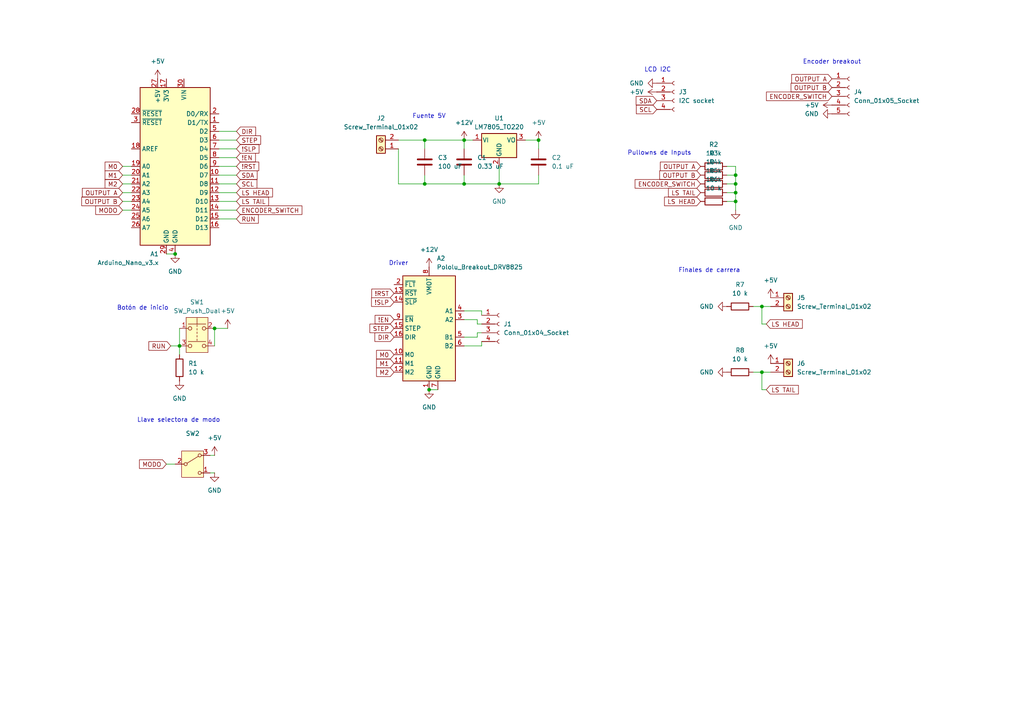
<source format=kicad_sch>
(kicad_sch (version 20231120) (generator "eeschema") (generator_version "8.0")
  (paper "A4")
  (lib_symbols
    (symbol "Connector:Conn_01x04_Socket" (pin_names (offset 1.016) hide)
      (property "Reference" "J" (at 0 5.08 0))
      (property "Value" "Conn_01x04_Socket" (at 0 -7.62 0))
      (symbol "Conn_01x04_Socket_1_1"
        (arc (start 0 -4.572) (mid -0.5058 -5.08) (end 0 -5.588) (stroke (width 0.1524)))
        (arc (start 0 -2.032) (mid -0.5058 -2.54) (end 0 -3.048) (stroke (width 0.1524)))
        (polyline (pts (xy -1.27 -5.08) (xy -0.508 -5.08)) (stroke (width 0.1524)))
        (polyline (pts (xy -1.27 -2.54) (xy -0.508 -2.54)) (stroke (width 0.1524)))
        (polyline (pts (xy -1.27 0) (xy -0.508 0)) (stroke (width 0.1524)))
        (polyline (pts (xy -1.27 2.54) (xy -0.508 2.54)) (stroke (width 0.1524)))
        (arc (start 0 0.508) (mid -0.5058 0) (end 0 -0.508) (stroke (width 0.1524)))
        (arc (start 0 3.048) (mid -0.5058 2.54) (end 0 2.032) (stroke (width 0.1524)))
        (pin passive line (at -5.08 2.54 0) (length 3.81) (name "Pin_1") (number "1"))
        (pin passive line (at -5.08 0 0) (length 3.81) (name "Pin_2") (number "2"))
        (pin passive line (at -5.08 -2.54 0) (length 3.81) (name "Pin_3") (number "3"))
        (pin passive line (at -5.08 -5.08 0) (length 3.81) (name "Pin_4") (number "4"))
      )
    )
    (symbol "Connector:Conn_01x05_Socket" (pin_names (offset 1.016) hide)
      (property "Reference" "J" (at 0 7.62 0))
      (property "Value" "Conn_01x05_Socket" (at 0 -7.62 0))
      (symbol "Conn_01x05_Socket_1_1"
        (arc (start 0 -4.572) (mid -0.5058 -5.08) (end 0 -5.588) (stroke (width 0.1524)))
        (arc (start 0 -2.032) (mid -0.5058 -2.54) (end 0 -3.048) (stroke (width 0.1524)))
        (polyline (pts (xy -1.27 -5.08) (xy -0.508 -5.08)) (stroke (width 0.1524)))
        (polyline (pts (xy -1.27 -2.54) (xy -0.508 -2.54)) (stroke (width 0.1524)))
        (polyline (pts (xy -1.27 0) (xy -0.508 0)) (stroke (width 0.1524)))
        (polyline (pts (xy -1.27 2.54) (xy -0.508 2.54)) (stroke (width 0.1524)))
        (polyline (pts (xy -1.27 5.08) (xy -0.508 5.08)) (stroke (width 0.1524)))
        (arc (start 0 0.508) (mid -0.5058 0) (end 0 -0.508) (stroke (width 0.1524)))
        (arc (start 0 3.048) (mid -0.5058 2.54) (end 0 2.032) (stroke (width 0.1524)))
        (arc (start 0 5.588) (mid -0.5058 5.08) (end 0 4.572) (stroke (width 0.1524)))
        (pin passive line (at -5.08 5.08 0) (length 3.81) (name "Pin_1") (number "1"))
        (pin passive line (at -5.08 2.54 0) (length 3.81) (name "Pin_2") (number "2"))
        (pin passive line (at -5.08 0 0) (length 3.81) (name "Pin_3") (number "3"))
        (pin passive line (at -5.08 -2.54 0) (length 3.81) (name "Pin_4") (number "4"))
        (pin passive line (at -5.08 -5.08 0) (length 3.81) (name "Pin_5") (number "5"))
      )
    )
    (symbol "Connector:Screw_Terminal_01x02" (pin_names (offset 1.016) hide)
      (property "Reference" "J" (at 0 2.54 0))
      (property "Value" "Screw_Terminal_01x02" (at 0 -5.08 0))
      (symbol "Screw_Terminal_01x02_1_1"
        (rectangle (start -1.27 1.27) (end 1.27 -3.81) (stroke (width 0.254)) (fill (type background)))
        (circle (center 0 -2.54) (radius 0.635) (stroke (width 0.1524)))
        (polyline (pts (xy -0.5334 -2.2098) (xy 0.3302 -3.048)) (stroke (width 0.1524)))
        (polyline (pts (xy -0.5334 0.3302) (xy 0.3302 -0.508)) (stroke (width 0.1524)))
        (polyline (pts (xy -0.3556 -2.032) (xy 0.508 -2.8702)) (stroke (width 0.1524)))
        (polyline (pts (xy -0.3556 0.508) (xy 0.508 -0.3302)) (stroke (width 0.1524)))
        (circle (center 0 0) (radius 0.635) (stroke (width 0.1524)))
        (pin passive line (at -5.08 0 0) (length 3.81) (name "Pin_1") (number "1"))
        (pin passive line (at -5.08 -2.54 0) (length 3.81) (name "Pin_2") (number "2"))
      )
    )
    (symbol "Device:C" (pin_numbers hide) (pin_names (offset 0.254))
      (property "Reference" "C" (at 0.635 2.54 0))
      (property "Value" "C" (at 0.635 -2.54 0))
      (symbol "C_0_1"
        (polyline (pts (xy -2.032 -0.762) (xy 2.032 -0.762)) (stroke (width 0.508)))
        (polyline (pts (xy -2.032 0.762) (xy 2.032 0.762)) (stroke (width 0.508)))
      )
      (symbol "C_1_1"
        (pin passive line (at 0 3.81 270) (length 2.794) (name "~") (number "1"))
        (pin passive line (at 0 -3.81 90) (length 2.794) (name "~") (number "2"))
      )
    )
    (symbol "Device:R" (pin_numbers hide) (pin_names (offset 0))
      (property "Reference" "R" (at 2.032 0 90))
      (property "Value" "R" (at 0 0 90))
      (symbol "R_0_1"
        (rectangle (start -1.016 -2.54) (end 1.016 2.54) (stroke (width 0.254)))
      )
      (symbol "R_1_1"
        (pin passive line (at 0 3.81 270) (length 1.27) (name "~") (number "1"))
        (pin passive line (at 0 -3.81 90) (length 1.27) (name "~") (number "2"))
      )
    )
    (symbol "Driver_Motor:Pololu_Breakout_DRV8825"
      (property "Reference" "A" (at -2.54 16.51 0))
      (property "Value" "Pololu_Breakout_DRV8825" (at -2.54 13.97 0))
      (symbol "Pololu_Breakout_DRV8825_0_1"
        (rectangle (start 7.62 -17.78) (end -7.62 12.7) (stroke (width 0.254)) (fill (type background)))
      )
      (symbol "Pololu_Breakout_DRV8825_1_1"
        (pin power_in line (at 0 -20.32 90) (length 2.54) (name "GND") (number "1"))
        (pin input line (at -10.16 -10.16 0) (length 2.54) (name "M0") (number "10"))
        (pin input line (at -10.16 -12.7 0) (length 2.54) (name "M1") (number "11"))
        (pin input line (at -10.16 -15.24 0) (length 2.54) (name "M2") (number "12"))
        (pin input line (at -10.16 7.62 0) (length 2.54) (name "~{RST}") (number "13"))
        (pin input line (at -10.16 5.08 0) (length 2.54) (name "~{SLP}") (number "14"))
        (pin input line (at -10.16 -2.54 0) (length 2.54) (name "STEP") (number "15"))
        (pin input line (at -10.16 -5.08 0) (length 2.54) (name "DIR") (number "16"))
        (pin output line (at -10.16 10.16 0) (length 2.54) (name "~{FLT}") (number "2"))
        (pin output line (at 10.16 0 180) (length 2.54) (name "A2") (number "3"))
        (pin output line (at 10.16 2.54 180) (length 2.54) (name "A1") (number "4"))
        (pin output line (at 10.16 -5.08 180) (length 2.54) (name "B1") (number "5"))
        (pin output line (at 10.16 -7.62 180) (length 2.54) (name "B2") (number "6"))
        (pin power_in line (at 2.54 -20.32 90) (length 2.54) (name "GND") (number "7"))
        (pin power_in line (at 0 15.24 270) (length 2.54) (name "VMOT") (number "8"))
        (pin input line (at -10.16 0 0) (length 2.54) (name "~{EN}") (number "9"))
      )
    )
    (symbol "MCU_Module:Arduino_Nano_v3.x"
      (property "Reference" "A" (at -10.16 23.495 0))
      (property "Value" "Arduino_Nano_v3.x" (at 5.08 -24.13 0))
      (symbol "Arduino_Nano_v3.x_0_1"
        (rectangle (start -10.16 22.86) (end 10.16 -22.86) (stroke (width 0.254)) (fill (type background)))
      )
      (symbol "Arduino_Nano_v3.x_1_1"
        (pin bidirectional line (at -12.7 12.7 0) (length 2.54) (name "D1/TX") (number "1"))
        (pin bidirectional line (at -12.7 -2.54 0) (length 2.54) (name "D7") (number "10"))
        (pin bidirectional line (at -12.7 -5.08 0) (length 2.54) (name "D8") (number "11"))
        (pin bidirectional line (at -12.7 -7.62 0) (length 2.54) (name "D9") (number "12"))
        (pin bidirectional line (at -12.7 -10.16 0) (length 2.54) (name "D10") (number "13"))
        (pin bidirectional line (at -12.7 -12.7 0) (length 2.54) (name "D11") (number "14"))
        (pin bidirectional line (at -12.7 -15.24 0) (length 2.54) (name "D12") (number "15"))
        (pin bidirectional line (at -12.7 -17.78 0) (length 2.54) (name "D13") (number "16"))
        (pin power_out line (at 2.54 25.4 270) (length 2.54) (name "3V3") (number "17"))
        (pin input line (at 12.7 5.08 180) (length 2.54) (name "AREF") (number "18"))
        (pin bidirectional line (at 12.7 0 180) (length 2.54) (name "A0") (number "19"))
        (pin bidirectional line (at -12.7 15.24 0) (length 2.54) (name "D0/RX") (number "2"))
        (pin bidirectional line (at 12.7 -2.54 180) (length 2.54) (name "A1") (number "20"))
        (pin bidirectional line (at 12.7 -5.08 180) (length 2.54) (name "A2") (number "21"))
        (pin bidirectional line (at 12.7 -7.62 180) (length 2.54) (name "A3") (number "22"))
        (pin bidirectional line (at 12.7 -10.16 180) (length 2.54) (name "A4") (number "23"))
        (pin bidirectional line (at 12.7 -12.7 180) (length 2.54) (name "A5") (number "24"))
        (pin bidirectional line (at 12.7 -15.24 180) (length 2.54) (name "A6") (number "25"))
        (pin bidirectional line (at 12.7 -17.78 180) (length 2.54) (name "A7") (number "26"))
        (pin power_out line (at 5.08 25.4 270) (length 2.54) (name "+5V") (number "27"))
        (pin input line (at 12.7 15.24 180) (length 2.54) (name "~{RESET}") (number "28"))
        (pin power_in line (at 2.54 -25.4 90) (length 2.54) (name "GND") (number "29"))
        (pin input line (at 12.7 12.7 180) (length 2.54) (name "~{RESET}") (number "3"))
        (pin power_in line (at -2.54 25.4 270) (length 2.54) (name "VIN") (number "30"))
        (pin power_in line (at 0 -25.4 90) (length 2.54) (name "GND") (number "4"))
        (pin bidirectional line (at -12.7 10.16 0) (length 2.54) (name "D2") (number "5"))
        (pin bidirectional line (at -12.7 7.62 0) (length 2.54) (name "D3") (number "6"))
        (pin bidirectional line (at -12.7 5.08 0) (length 2.54) (name "D4") (number "7"))
        (pin bidirectional line (at -12.7 2.54 0) (length 2.54) (name "D5") (number "8"))
        (pin bidirectional line (at -12.7 0 0) (length 2.54) (name "D6") (number "9"))
      )
    )
    (symbol "Regulator_Linear:LM7805_TO220" (pin_names (offset 0.254))
      (property "Reference" "U" (at -3.81 3.175 0))
      (property "Value" "LM7805_TO220" (at 0 3.175 0))
      (symbol "LM7805_TO220_0_1"
        (rectangle (start -5.08 1.905) (end 5.08 -5.08) (stroke (width 0.254)) (fill (type background)))
      )
      (symbol "LM7805_TO220_1_1"
        (pin power_in line (at -7.62 0 0) (length 2.54) (name "VI") (number "1"))
        (pin power_in line (at 0 -7.62 90) (length 2.54) (name "GND") (number "2"))
        (pin power_out line (at 7.62 0 180) (length 2.54) (name "VO") (number "3"))
      )
    )
    (symbol "Switch:SW_Nidec_CAS-120A1" (pin_names (offset 1) hide)
      (property "Reference" "SW" (at 0 4.318 0))
      (property "Value" "SW_Nidec_CAS-120A1" (at 0 -5.08 0))
      (symbol "SW_Nidec_CAS-120A1_0_1"
        (circle (center -2.032 0) (radius 0.4572))
        (polyline (pts (xy -1.651 0.254) (xy 1.651 2.286)))
        (circle (center 2.032 -2.54) (radius 0.4572))
        (circle (center 2.032 2.54) (radius 0.4572))
      )
      (symbol "SW_Nidec_CAS-120A1_1_1"
        (rectangle (start -3.175 3.81) (end 3.175 -3.81) (fill (type background)))
        (pin passive line (at 5.08 -2.54 180) (length 2.54) (name "C") (number "1"))
        (pin passive line (at -5.08 0 0) (length 2.54) (name "B") (number "2"))
        (pin passive line (at 5.08 2.54 180) (length 2.54) (name "A") (number "3"))
      )
    )
    (symbol "Switch:SW_Push_Dual" (pin_names (offset 1.016) hide)
      (property "Reference" "SW" (at 0 7.62 0))
      (property "Value" "SW_Push_Dual" (at 0 -6.35 0))
      (symbol "SW_Push_Dual_0_1"
        (circle (center -2.032 -2.54) (radius 0.508))
        (circle (center -2.032 2.54) (radius 0.508))
        (polyline (pts (xy 0 -0.508) (xy 0 -1.016)))
        (polyline (pts (xy 0 0.508) (xy 0 0)))
        (polyline (pts (xy 0 1.016) (xy 0 1.524)))
        (polyline (pts (xy 0 2.032) (xy 0 2.54)))
        (polyline (pts (xy 0 3.048) (xy 0 3.556)))
        (polyline (pts (xy 0 3.81) (xy 0 5.588)))
        (polyline (pts (xy 2.54 -1.27) (xy -2.54 -1.27)))
        (polyline (pts (xy 2.54 3.81) (xy -2.54 3.81)))
        (circle (center 2.032 -2.54) (radius 0.508))
        (circle (center 2.032 2.54) (radius 0.508))
        (pin passive line (at -5.08 2.54 0) (length 2.54) (name "1") (number "1"))
        (pin passive line (at 5.08 2.54 180) (length 2.54) (name "2") (number "2"))
        (pin passive line (at -5.08 -2.54 0) (length 2.54) (name "3") (number "3"))
        (pin passive line (at 5.08 -2.54 180) (length 2.54) (name "4") (number "4"))
      )
      (symbol "SW_Push_Dual_1_1"
        (rectangle (start -3.175 5.715) (end 3.175 -4.445) (fill (type background)))
      )
    )
    (symbol "power:+12V" (power) (pin_numbers hide) (pin_names (offset 0) hide)
      (property "Value" "+12V" (at 0 3.556 0))
      (symbol "+12V_0_1"
        (polyline (pts (xy -0.762 1.27) (xy 0 2.54)))
        (polyline (pts (xy 0 0) (xy 0 2.54)))
        (polyline (pts (xy 0 2.54) (xy 0.762 1.27)))
      )
      (symbol "+12V_1_1"
        (pin power_in line (at 0 0 90) (length 0) (name "~") (number "1"))
      )
    )
    (symbol "power:+5V" (power) (pin_numbers hide) (pin_names (offset 0) hide)
      (property "Value" "+5V" (at 0 3.556 0))
      (symbol "+5V_0_1"
        (polyline (pts (xy -0.762 1.27) (xy 0 2.54)))
        (polyline (pts (xy 0 0) (xy 0 2.54)))
        (polyline (pts (xy 0 2.54) (xy 0.762 1.27)))
      )
      (symbol "+5V_1_1"
        (pin power_in line (at 0 0 90) (length 0) (name "~") (number "1"))
      )
    )
    (symbol "power:GND" (power) (pin_numbers hide) (pin_names (offset 0) hide)
      (property "Value" "GND" (at 0 -3.81 0))
      (symbol "GND_0_1"
        (polyline (pts (xy 0 0) (xy 0 -1.27) (xy 1.27 -1.27) (xy 0 -2.54) (xy -1.27 -1.27) (xy 0 -1.27)))
      )
      (symbol "GND_1_1"
        (pin power_in line (at 0 0 270) (length 0) (name "~") (number "1"))
      )
    )
  )
  (junction (at 213.36 50.8))
  (junction (at 134.62 53.34))
  (junction (at 220.98 107.95))
  (junction (at 213.36 55.88))
  (junction (at 52.07 100.33))
  (junction (at 220.98 88.9))
  (junction (at 134.62 40.64))
  (junction (at 124.46 113.03))
  (junction (at 213.36 53.34))
  (junction (at 50.8 73.66))
  (junction (at 123.19 53.34))
  (junction (at 123.19 40.64))
  (junction (at 156.21 40.64))
  (junction (at 144.78 53.34))
  (junction (at 213.36 58.42))
  (junction (at 62.23 95.25))
  (wire (pts (xy 123.19 40.64) (xy 123.19 43.18)))
  (wire (pts (xy 123.19 53.34) (xy 134.62 53.34)))
  (wire (pts (xy 210.82 53.34) (xy 213.36 53.34)))
  (wire (pts (xy 35.56 50.8) (xy 38.1 50.8)))
  (wire (pts (xy 134.62 90.17) (xy 139.7 90.17)))
  (wire (pts (xy 63.5 38.1) (xy 68.58 38.1)))
  (wire (pts (xy 144.78 48.26) (xy 144.78 53.34)))
  (wire (pts (xy 63.5 50.8) (xy 68.58 50.8)))
  (wire (pts (xy 210.82 55.88) (xy 213.36 55.88)))
  (wire (pts (xy 63.5 58.42) (xy 68.58 58.42)))
  (wire (pts (xy 134.62 92.71) (xy 138.43 92.71)))
  (wire (pts (xy 213.36 58.42) (xy 213.36 55.88)))
  (wire (pts (xy 50.8 73.66) (xy 48.26 73.66)))
  (wire (pts (xy 63.5 60.96) (xy 68.58 60.96)))
  (wire (pts (xy 35.56 48.26) (xy 38.1 48.26)))
  (wire (pts (xy 62.23 95.25) (xy 66.04 95.25)))
  (wire (pts (xy 60.96 137.16) (xy 62.23 137.16)))
  (wire (pts (xy 213.36 53.34) (xy 213.36 50.8)))
  (wire (pts (xy 152.4 40.64) (xy 156.21 40.64)))
  (wire (pts (xy 35.56 58.42) (xy 38.1 58.42)))
  (wire (pts (xy 52.07 95.25) (xy 52.07 100.33)))
  (wire (pts (xy 210.82 48.26) (xy 213.36 48.26)))
  (wire (pts (xy 139.7 99.06) (xy 139.7 100.33)))
  (wire (pts (xy 123.19 40.64) (xy 134.62 40.64)))
  (wire (pts (xy 220.98 88.9) (xy 223.52 88.9)))
  (wire (pts (xy 63.5 55.88) (xy 68.58 55.88)))
  (wire (pts (xy 48.26 134.62) (xy 50.8 134.62)))
  (wire (pts (xy 134.62 100.33) (xy 139.7 100.33)))
  (wire (pts (xy 62.23 132.08) (xy 60.96 132.08)))
  (wire (pts (xy 138.43 96.52) (xy 139.7 96.52)))
  (wire (pts (xy 222.25 113.03) (xy 220.98 113.03)))
  (wire (pts (xy 220.98 113.03) (xy 220.98 107.95)))
  (wire (pts (xy 63.5 63.5) (xy 68.58 63.5)))
  (wire (pts (xy 144.78 53.34) (xy 156.21 53.34)))
  (wire (pts (xy 218.44 88.9) (xy 220.98 88.9)))
  (wire (pts (xy 156.21 50.8) (xy 156.21 53.34)))
  (wire (pts (xy 138.43 92.71) (xy 138.43 93.98)))
  (wire (pts (xy 213.36 50.8) (xy 213.36 48.26)))
  (wire (pts (xy 123.19 50.8) (xy 123.19 53.34)))
  (wire (pts (xy 134.62 97.79) (xy 138.43 97.79)))
  (wire (pts (xy 134.62 53.34) (xy 144.78 53.34)))
  (wire (pts (xy 49.53 100.33) (xy 52.07 100.33)))
  (wire (pts (xy 124.46 113.03) (xy 127 113.03)))
  (wire (pts (xy 35.56 60.96) (xy 38.1 60.96)))
  (wire (pts (xy 115.57 40.64) (xy 123.19 40.64)))
  (wire (pts (xy 63.5 53.34) (xy 68.58 53.34)))
  (wire (pts (xy 138.43 97.79) (xy 138.43 96.52)))
  (wire (pts (xy 213.36 60.96) (xy 213.36 58.42)))
  (wire (pts (xy 213.36 55.88) (xy 213.36 53.34)))
  (wire (pts (xy 63.5 48.26) (xy 68.58 48.26)))
  (wire (pts (xy 134.62 40.64) (xy 134.62 43.18)))
  (wire (pts (xy 134.62 50.8) (xy 134.62 53.34)))
  (wire (pts (xy 138.43 93.98) (xy 139.7 93.98)))
  (wire (pts (xy 210.82 50.8) (xy 213.36 50.8)))
  (wire (pts (xy 63.5 40.64) (xy 68.58 40.64)))
  (wire (pts (xy 115.57 53.34) (xy 123.19 53.34)))
  (wire (pts (xy 210.82 58.42) (xy 213.36 58.42)))
  (wire (pts (xy 134.62 40.64) (xy 137.16 40.64)))
  (wire (pts (xy 38.1 53.34) (xy 35.56 53.34)))
  (wire (pts (xy 115.57 43.18) (xy 115.57 53.34)))
  (wire (pts (xy 62.23 95.25) (xy 62.23 100.33)))
  (wire (pts (xy 35.56 55.88) (xy 38.1 55.88)))
  (wire (pts (xy 156.21 40.64) (xy 156.21 43.18)))
  (wire (pts (xy 63.5 45.72) (xy 68.58 45.72)))
  (wire (pts (xy 222.25 93.98) (xy 220.98 93.98)))
  (wire (pts (xy 63.5 43.18) (xy 68.58 43.18)))
  (wire (pts (xy 218.44 107.95) (xy 220.98 107.95)))
  (wire (pts (xy 52.07 100.33) (xy 52.07 102.87)))
  (wire (pts (xy 220.98 107.95) (xy 223.52 107.95)))
  (wire (pts (xy 220.98 93.98) (xy 220.98 88.9)))
  (wire (pts (xy 139.7 90.17) (xy 139.7 91.44)))
  (text "Botón de inicio" (at 41.402 89.408 0) (effects (font (size 1.27 1.27))))
  (text "Finales de carrera" (at 205.74 78.486 0) (effects (font (size 1.27 1.27))))
  (text "Fuente 5V" (at 124.46 33.782 0) (effects (font (size 1.27 1.27))))
  (text "Encoder breakout" (at 241.3 18.034 0) (effects (font (size 1.27 1.27))))
  (text "Pullowns de Inputs" (at 191.262 44.45 0) (effects (font (size 1.27 1.27))))
  (text "Driver " (at 116.078 76.454 0) (effects (font (size 1.27 1.27))))
  (text "LCD I2C" (at 190.754 20.32 0) (effects (font (size 1.27 1.27))))
  (text "Llave selectora de modo" (at 51.816 121.92 0) (effects (font (size 1.27 1.27))))
  (global_label "M2" (shape input) (at 114.3 107.95 180) (property "Intersheetrefs" "${INTERSHEET_REFS}" (effects (hide yes))))
  (global_label "M1" (shape input) (at 35.56 50.8 180) (property "Intersheetrefs" "${INTERSHEET_REFS}" (effects (hide yes))))
  (global_label "OUTPUT B" (shape input) (at 203.2 50.8 180) (property "Intersheetrefs" "${INTERSHEET_REFS}" (effects (hide yes))))
  (global_label "M0" (shape input) (at 114.3 102.87 180) (property "Intersheetrefs" "${INTERSHEET_REFS}" (effects (hide yes))))
  (global_label "SCL" (shape input) (at 68.58 53.34 0) (property "Intersheetrefs" "${INTERSHEET_REFS}" (effects (hide yes))))
  (global_label "SDA" (shape input) (at 190.5 29.21 180) (property "Intersheetrefs" "${INTERSHEET_REFS}" (effects (hide yes))))
  (global_label "ENCODER_SWITCH" (shape input) (at 241.3 27.94 180) (property "Intersheetrefs" "${INTERSHEET_REFS}" (effects (hide yes))))
  (global_label "LS TAIL" (shape input) (at 203.2 55.88 180) (property "Intersheetrefs" "${INTERSHEET_REFS}" (effects (hide yes))))
  (global_label "M1" (shape input) (at 114.3 105.41 180) (property "Intersheetrefs" "${INTERSHEET_REFS}" (effects (hide yes))))
  (global_label "ENCODER_SWITCH" (shape input) (at 203.2 53.34 180) (property "Intersheetrefs" "${INTERSHEET_REFS}" (effects (hide yes))))
  (global_label "OUTPUT A" (shape input) (at 241.3 22.86 180) (property "Intersheetrefs" "${INTERSHEET_REFS}" (effects (hide yes))))
  (global_label "!SLP" (shape input) (at 114.3 87.63 180) (property "Intersheetrefs" "${INTERSHEET_REFS}" (effects (hide yes))))
  (global_label "LS HEAD" (shape input) (at 68.58 55.88 0) (property "Intersheetrefs" "${INTERSHEET_REFS}" (effects (hide yes))))
  (global_label "!RST" (shape input) (at 114.3 85.09 180) (property "Intersheetrefs" "${INTERSHEET_REFS}" (effects (hide yes))))
  (global_label "LS HEAD" (shape input) (at 203.2 58.42 180) (property "Intersheetrefs" "${INTERSHEET_REFS}" (effects (hide yes))))
  (global_label "OUTPUT A" (shape input) (at 35.56 55.88 180) (property "Intersheetrefs" "${INTERSHEET_REFS}" (effects (hide yes))))
  (global_label "!EN" (shape input) (at 68.58 45.72 0) (property "Intersheetrefs" "${INTERSHEET_REFS}" (effects (hide yes))))
  (global_label "LS HEAD" (shape input) (at 222.25 93.98 0) (property "Intersheetrefs" "${INTERSHEET_REFS}" (effects (hide yes))))
  (global_label "M0" (shape input) (at 35.56 48.26 180) (property "Intersheetrefs" "${INTERSHEET_REFS}" (effects (hide yes))))
  (global_label "RUN" (shape input) (at 68.58 63.5 0) (property "Intersheetrefs" "${INTERSHEET_REFS}" (effects (hide yes))))
  (global_label "MODO" (shape input) (at 48.26 134.62 180) (property "Intersheetrefs" "${INTERSHEET_REFS}" (effects (hide yes))))
  (global_label "STEP" (shape input) (at 68.58 40.64 0) (property "Intersheetrefs" "${INTERSHEET_REFS}" (effects (hide yes))))
  (global_label "M2" (shape input) (at 35.56 53.34 180) (property "Intersheetrefs" "${INTERSHEET_REFS}" (effects (hide yes))))
  (global_label "MODO" (shape input) (at 35.56 60.96 180) (property "Intersheetrefs" "${INTERSHEET_REFS}" (effects (hide yes))))
  (global_label "SDA" (shape input) (at 68.58 50.8 0) (property "Intersheetrefs" "${INTERSHEET_REFS}" (effects (hide yes))))
  (global_label "!SLP" (shape input) (at 68.58 43.18 0) (property "Intersheetrefs" "${INTERSHEET_REFS}" (effects (hide yes))))
  (global_label "!RST" (shape input) (at 68.58 48.26 0) (property "Intersheetrefs" "${INTERSHEET_REFS}" (effects (hide yes))))
  (global_label "STEP" (shape input) (at 114.3 95.25 180) (property "Intersheetrefs" "${INTERSHEET_REFS}" (effects (hide yes))))
  (global_label "OUTPUT B" (shape input) (at 241.3 25.4 180) (property "Intersheetrefs" "${INTERSHEET_REFS}" (effects (hide yes))))
  (global_label "OUTPUT A" (shape input) (at 203.2 48.26 180) (property "Intersheetrefs" "${INTERSHEET_REFS}" (effects (hide yes))))
  (global_label "RUN" (shape input) (at 49.53 100.33 180) (property "Intersheetrefs" "${INTERSHEET_REFS}" (effects (hide yes))))
  (global_label "DIR" (shape input) (at 114.3 97.79 180) (property "Intersheetrefs" "${INTERSHEET_REFS}" (effects (hide yes))))
  (global_label "LS TAIL" (shape input) (at 222.25 113.03 0) (property "Intersheetrefs" "${INTERSHEET_REFS}" (effects (hide yes))))
  (global_label "DIR" (shape input) (at 68.58 38.1 0) (property "Intersheetrefs" "${INTERSHEET_REFS}" (effects (hide yes))))
  (global_label "OUTPUT B" (shape input) (at 35.56 58.42 180) (property "Intersheetrefs" "${INTERSHEET_REFS}" (effects (hide yes))))
  (global_label "ENCODER_SWITCH" (shape input) (at 68.58 60.96 0) (property "Intersheetrefs" "${INTERSHEET_REFS}" (effects (hide yes))))
  (global_label "SCL" (shape input) (at 190.5 31.75 180) (property "Intersheetrefs" "${INTERSHEET_REFS}" (effects (hide yes))))
  (global_label "LS TAIL" (shape input) (at 68.58 58.42 0) (property "Intersheetrefs" "${INTERSHEET_REFS}" (effects (hide yes))))
  (global_label "!EN" (shape input) (at 114.3 92.71 180) (property "Intersheetrefs" "${INTERSHEET_REFS}" (effects (hide yes))))
  (symbol (lib_id "power:+5V") (at 241.3 30.48 90) (unit 1)
    (property "Reference" "#PWR011" (effects (hide yes)))
    (property "Value" "+5V" (at 237.49 30.4799 90) (effects (justify left)))
    (property "Description" "Power symbol creates a global label with name \"+5V\"" (effects (hide yes)))
  )
  (symbol (lib_id "power:+5V") (at 223.52 105.41 0) (unit 1)
    (property "Reference" "#PWR018" (effects (hide yes)))
    (property "Value" "+5V" (at 223.52 100.33 0))
    (property "Description" "Power symbol creates a global label with name \"+5V\"" (effects (hide yes)))
  )
  (symbol (lib_id "power:+5V") (at 62.23 132.08 0) (unit 1)
    (property "Reference" "#PWR020" (effects (hide yes)))
    (property "Value" "+5V" (at 62.23 127 0))
    (property "Description" "Power symbol creates a global label with name \"+5V\"" (effects (hide yes)))
  )
  (symbol (lib_id "Device:R") (at 207.01 50.8 270) (unit 1)
    (property "Reference" "R3" (at 207.01 44.45 90))
    (property "Value" "10 k" (at 207.01 46.99 90))
    (property "Footprint" "Resistor_THT:R_Axial_DIN0414_L11.9mm_D4.5mm_P5.08mm_Vertical" (effects (hide yes)))
    (property "Description" "Resistor" (effects (hide yes)))
  )
  (symbol (lib_id "power:+5V") (at 223.52 86.36 0) (unit 1)
    (property "Reference" "#PWR016" (effects (hide yes)))
    (property "Value" "+5V" (at 223.52 81.28 0))
    (property "Description" "Power symbol creates a global label with name \"+5V\"" (effects (hide yes)))
  )
  (symbol (lib_id "Device:R") (at 207.01 48.26 90) (unit 1)
    (property "Reference" "R2" (at 207.01 41.91 90))
    (property "Value" "10 k" (at 207.01 44.45 90))
    (property "Footprint" "Resistor_THT:R_Axial_DIN0414_L11.9mm_D4.5mm_P5.08mm_Vertical" (effects (hide yes)))
    (property "Description" "Resistor" (effects (hide yes)))
  )
  (symbol (lib_id "Regulator_Linear:LM7805_TO220") (at 144.78 40.64 0) (unit 1)
    (property "Reference" "U1" (at 144.78 34.29 0))
    (property "Value" "LM7805_TO220" (at 144.78 36.83 0))
    (property "Footprint" "Package_TO_SOT_THT:TO-220-3_Vertical" (effects (hide yes)))
    (property "Datasheet" "https://www.onsemi.cn/PowerSolutions/document/MC7800-D.PDF" (effects (hide yes)))
    (property "Description" "Positive 1A 35V Linear Regulator, Fixed Output 5V, TO-220" (effects (hide yes)))
  )
  (symbol (lib_id "Device:R") (at 52.07 106.68 180) (unit 1)
    (property "Reference" "R1" (at 54.61 105.4099 0) (effects (justify right)))
    (property "Value" "10 k" (at 54.61 107.9499 0) (effects (justify right)))
    (property "Footprint" "Resistor_THT:R_Axial_DIN0414_L11.9mm_D4.5mm_P5.08mm_Vertical" (effects (hide yes)))
    (property "Description" "Resistor" (effects (hide yes)))
  )
  (symbol (lib_id "Connector:Screw_Terminal_01x02") (at 228.6 86.36 0) (unit 1)
    (property "Reference" "J5" (at 231.14 86.3599 0) (effects (justify left)))
    (property "Value" "Screw_Terminal_01x02" (at 231.14 88.8999 0) (effects (justify left)))
    (property "Description" "Generic screw terminal, single row, 01x02, script generated (kicad-library-utils/schlib/autogen/connector/)" (effects (hide yes)))
  )
  (symbol (lib_id "power:GND") (at 210.82 107.95 270) (unit 1)
    (property "Reference" "#PWR017" (effects (hide yes)))
    (property "Value" "GND" (at 207.01 107.9499 90) (effects (justify right)))
    (property "Description" "Power symbol creates a global label with name \"GND\" , ground" (effects (hide yes)))
  )
  (symbol (lib_id "Device:R") (at 207.01 53.34 270) (unit 1)
    (property "Reference" "R4" (at 207.01 46.99 90))
    (property "Value" "10 k" (at 207.01 49.53 90))
    (property "Footprint" "Resistor_THT:R_Axial_DIN0414_L11.9mm_D4.5mm_P5.08mm_Vertical" (effects (hide yes)))
    (property "Description" "Resistor" (effects (hide yes)))
  )
  (symbol (lib_id "power:GND") (at 144.78 53.34 0) (unit 1)
    (property "Reference" "#PWR02" (effects (hide yes)))
    (property "Value" "GND" (at 144.78 58.42 0))
    (property "Description" "Power symbol creates a global label with name \"GND\" , ground" (effects (hide yes)))
  )
  (symbol (lib_id "Device:C") (at 156.21 46.99 0) (unit 1)
    (property "Reference" "C2" (at 160.02 45.7199 0) (effects (justify left)))
    (property "Value" "0.1 uF" (at 160.02 48.2599 0) (effects (justify left)))
    (property "Description" "Unpolarized capacitor" (effects (hide yes)))
  )
  (symbol (lib_id "power:GND") (at 190.5 24.13 270) (unit 1)
    (property "Reference" "#PWR08" (effects (hide yes)))
    (property "Value" "GND" (at 186.69 24.1299 90) (effects (justify right)))
    (property "Description" "Power symbol creates a global label with name \"GND\" , ground" (effects (hide yes)))
  )
  (symbol (lib_id "Connector:Conn_01x05_Socket") (at 246.38 27.94 0) (unit 1)
    (property "Reference" "J4" (at 247.65 26.6699 0) (effects (justify left)))
    (property "Value" "Conn_01x05_Socket" (at 247.65 29.2099 0) (effects (justify left)))
    (property "Description" "Generic connector, single row, 01x05, script generated" (effects (hide yes)))
  )
  (symbol (lib_id "Switch:SW_Push_Dual") (at 57.15 97.79 0) (unit 1)
    (property "Reference" "SW1" (at 57.15 87.63 0))
    (property "Value" "SW_Push_Dual" (at 57.15 90.17 0))
    (property "Footprint" "Button_Switch_THT:SW_NKK_GW12LJP" (effects (hide yes)))
    (property "Description" "Push button switch, generic, symbol, four pins" (effects (hide yes)))
  )
  (symbol (lib_id "Switch:SW_Nidec_CAS-120A1") (at 55.88 134.62 0) (unit 1)
    (property "Reference" "SW2" (at 55.88 125.73 0))
    (property "Value" "SW_Nidec_CAS-120A1" (effects (hide yes)))
    (property "Footprint" "Button_Switch_SMD:Nidec_Copal_CAS-120A" (effects (hide yes)))
    (property "Datasheet" "https://www.nidec-components.com/e/catalog/switch/cas.pdf" (effects (hide yes)))
    (property "Description" "Switch, single pole double throw" (effects (hide yes)))
  )
  (symbol (lib_id "Device:R") (at 214.63 107.95 270) (unit 1)
    (property "Reference" "R8" (at 214.63 101.6 90))
    (property "Value" "10 k" (at 214.63 104.14 90))
    (property "Footprint" "Resistor_THT:R_Axial_DIN0414_L11.9mm_D4.5mm_P5.08mm_Vertical" (effects (hide yes)))
    (property "Description" "Resistor" (effects (hide yes)))
  )
  (symbol (lib_id "Driver_Motor:Pololu_Breakout_DRV8825") (at 124.46 92.71 0) (unit 1)
    (property "Reference" "A2" (at 126.6541 74.93 0) (effects (justify left)))
    (property "Value" "Pololu_Breakout_DRV8825" (at 126.6541 77.47 0) (effects (justify left)))
    (property "Footprint" "Module:Pololu_Breakout-16_15.2x20.3mm" (effects (hide yes)))
    (property "Datasheet" "https://www.pololu.com/product/2982" (effects (hide yes)))
    (property "Description" "Pololu Breakout Board, Stepper Driver DRV8825" (effects (hide yes)))
  )
  (symbol (lib_id "power:+5V") (at 156.21 40.64 0) (unit 1)
    (property "Reference" "#PWR01" (effects (hide yes)))
    (property "Value" "+5V" (at 156.21 35.56 0))
    (property "Description" "Power symbol creates a global label with name \"+5V\"" (effects (hide yes)))
  )
  (symbol (lib_id "power:GND") (at 213.36 60.96 0) (unit 1)
    (property "Reference" "#PWR014" (effects (hide yes)))
    (property "Value" "GND" (at 213.36 66.04 0))
    (property "Description" "Power symbol creates a global label with name \"GND\" , ground" (effects (hide yes)))
  )
  (symbol (lib_id "Device:R") (at 207.01 58.42 270) (unit 1)
    (property "Reference" "R6" (at 207.01 52.07 90))
    (property "Value" "10 k" (at 207.01 54.61 90))
    (property "Footprint" "Resistor_THT:R_Axial_DIN0414_L11.9mm_D4.5mm_P5.08mm_Vertical" (effects (hide yes)))
    (property "Description" "Resistor" (effects (hide yes)))
  )
  (symbol (lib_id "Device:R") (at 207.01 55.88 270) (unit 1)
    (property "Reference" "R5" (at 207.01 49.53 90))
    (property "Value" "10 k" (at 207.01 52.07 90))
    (property "Footprint" "Resistor_THT:R_Axial_DIN0414_L11.9mm_D4.5mm_P5.08mm_Vertical" (effects (hide yes)))
    (property "Description" "Resistor" (effects (hide yes)))
  )
  (symbol (lib_id "Connector:Screw_Terminal_01x02") (at 228.6 105.41 0) (unit 1)
    (property "Reference" "J6" (at 231.14 105.4099 0) (effects (justify left)))
    (property "Value" "Screw_Terminal_01x02" (at 231.14 107.9499 0) (effects (justify left)))
    (property "Description" "Generic screw terminal, single row, 01x02, script generated (kicad-library-utils/schlib/autogen/connector/)" (effects (hide yes)))
  )
  (symbol (lib_id "power:GND") (at 241.3 33.02 270) (unit 1)
    (property "Reference" "#PWR010" (effects (hide yes)))
    (property "Value" "GND" (at 237.49 33.0199 90) (effects (justify right)))
    (property "Description" "Power symbol creates a global label with name \"GND\" , ground" (effects (hide yes)))
  )
  (symbol (lib_id "power:GND") (at 50.8 73.66 0) (mirror y) (unit 1)
    (property "Reference" "#PWR07" (effects (hide yes)))
    (property "Value" "GND" (at 50.8 78.74 0))
    (property "Description" "Power symbol creates a global label with name \"GND\" , ground" (effects (hide yes)))
  )
  (symbol (lib_id "Connector:Screw_Terminal_01x02") (at 110.49 43.18 180) (unit 1)
    (property "Reference" "J2" (at 110.49 34.29 0))
    (property "Value" "Screw_Terminal_01x02" (at 110.49 36.83 0))
    (property "Description" "Generic screw terminal, single row, 01x02, script generated (kicad-library-utils/schlib/autogen/connector/)" (effects (hide yes)))
  )
  (symbol (lib_id "Device:C") (at 123.19 46.99 0) (unit 1)
    (property "Reference" "C3" (at 127 45.7199 0) (effects (justify left)))
    (property "Value" "100 uF" (at 127 48.2599 0) (effects (justify left)))
    (property "Description" "Unpolarized capacitor" (effects (hide yes)))
  )
  (symbol (lib_id "power:+12V") (at 124.46 77.47 0) (unit 1)
    (property "Reference" "#PWR04" (effects (hide yes)))
    (property "Value" "+12V" (at 124.46 72.39 0))
    (property "Description" "Power symbol creates a global label with name \"+12V\"" (effects (hide yes)))
  )
  (symbol (lib_id "Device:C") (at 134.62 46.99 0) (unit 1)
    (property "Reference" "C1" (at 138.43 45.7199 0) (effects (justify left)))
    (property "Value" "0.33 uF" (at 138.43 48.2599 0) (effects (justify left)))
    (property "Footprint" "Capacitor_THT:C_Disc_D5.0mm_W2.5mm_P2.50mm" (effects (hide yes)))
    (property "Description" "Unpolarized capacitor" (effects (hide yes)))
  )
  (symbol (lib_id "power:+5V") (at 45.72 22.86 0) (mirror y) (unit 1)
    (property "Reference" "#PWR06" (effects (hide yes)))
    (property "Value" "+5V" (at 45.72 17.78 0))
    (property "Description" "Power symbol creates a global label with name \"+5V\"" (effects (hide yes)))
  )
  (symbol (lib_id "Connector:Conn_01x04_Socket") (at 144.78 93.98 0) (unit 1)
    (property "Reference" "J1" (at 146.05 93.9799 0) (effects (justify left)))
    (property "Value" "Conn_01x04_Socket" (at 146.05 96.5199 0) (effects (justify left)))
    (property "Footprint" "Connector_PinHeader_1.00mm:PinHeader_1x04_P1.00mm_Vertical" (effects (hide yes)))
    (property "Description" "Generic connector, single row, 01x04, script generated" (effects (hide yes)))
  )
  (symbol (lib_id "Device:R") (at 214.63 88.9 270) (unit 1)
    (property "Reference" "R7" (at 214.63 82.55 90))
    (property "Value" "10 k" (at 214.63 85.09 90))
    (property "Footprint" "Resistor_THT:R_Axial_DIN0414_L11.9mm_D4.5mm_P5.08mm_Vertical" (effects (hide yes)))
    (property "Description" "Resistor" (effects (hide yes)))
  )
  (symbol (lib_id "power:GND") (at 124.46 113.03 0) (unit 1)
    (property "Reference" "#PWR05" (effects (hide yes)))
    (property "Value" "GND" (at 124.46 118.11 0))
    (property "Description" "Power symbol creates a global label with name \"GND\" , ground" (effects (hide yes)))
  )
  (symbol (lib_id "MCU_Module:Arduino_Nano_v3.x") (at 50.8 48.26 0) (mirror y) (unit 1)
    (property "Reference" "A1" (at 46.0659 73.66 0) (effects (justify left)))
    (property "Value" "Arduino_Nano_v3.x" (at 46.0659 76.2 0) (effects (justify left)))
    (property "Footprint" "Module:Arduino_Nano" (effects (hide yes)))
    (property "Datasheet" "http://www.mouser.com/pdfdocs/Gravitech_Arduino_Nano3_0.pdf" (effects (hide yes)))
    (property "Description" "Arduino Nano v3.x" (effects (hide yes)))
  )
  (symbol (lib_id "power:+12V") (at 134.62 40.64 0) (unit 1)
    (property "Reference" "#PWR03" (effects (hide yes)))
    (property "Value" "+12V" (at 134.62 35.56 0))
    (property "Description" "Power symbol creates a global label with name \"+12V\"" (effects (hide yes)))
  )
  (symbol (lib_id "power:+5V") (at 66.04 95.25 0) (unit 1)
    (property "Reference" "#PWR013" (effects (hide yes)))
    (property "Value" "+5V" (at 66.04 90.17 0))
    (property "Description" "Power symbol creates a global label with name \"+5V\"" (effects (hide yes)))
  )
  (symbol (lib_id "power:GND") (at 62.23 137.16 0) (unit 1)
    (property "Reference" "#PWR019" (effects (hide yes)))
    (property "Value" "GND" (at 62.23 142.24 0))
    (property "Description" "Power symbol creates a global label with name \"GND\" , ground" (effects (hide yes)))
  )
  (symbol (lib_id "power:GND") (at 210.82 88.9 270) (unit 1)
    (property "Reference" "#PWR015" (effects (hide yes)))
    (property "Value" "GND" (at 207.01 88.8999 90) (effects (justify right)))
    (property "Description" "Power symbol creates a global label with name \"GND\" , ground" (effects (hide yes)))
  )
  (symbol (lib_id "power:GND") (at 52.07 110.49 0) (unit 1)
    (property "Reference" "#PWR012" (effects (hide yes)))
    (property "Value" "GND" (at 52.07 115.57 0))
    (property "Description" "Power symbol creates a global label with name \"GND\" , ground" (effects (hide yes)))
  )
  (symbol (lib_id "power:+5V") (at 190.5 26.67 90) (unit 1)
    (property "Reference" "#PWR09" (effects (hide yes)))
    (property "Value" "+5V" (at 186.69 26.6699 90) (effects (justify left)))
    (property "Description" "Power symbol creates a global label with name \"+5V\"" (effects (hide yes)))
  )
  (symbol (lib_id "Connector:Conn_01x04_Socket") (at 195.58 26.67 0) (unit 1)
    (property "Reference" "J3" (at 196.85 26.6699 0) (effects (justify left)))
    (property "Value" "I2C socket" (at 196.85 29.2099 0) (effects (justify left)))
    (property "Footprint" "Connector_PinHeader_1.00mm:PinHeader_1x04_P1.00mm_Vertical" (effects (hide yes)))
    (property "Description" "Generic connector, single row, 01x04, script generated" (effects (hide yes)))
  )
)
</source>
